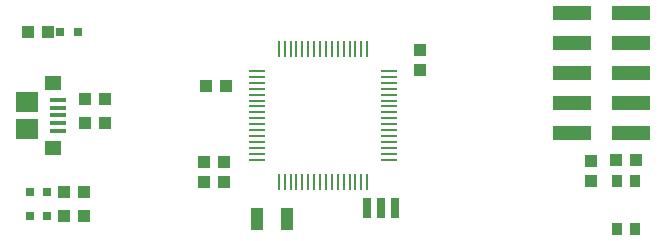
<source format=gtp>
G75*
%MOIN*%
%OFA0B0*%
%FSLAX25Y25*%
%IPPOS*%
%LPD*%
%AMOC8*
5,1,8,0,0,1.08239X$1,22.5*
%
%ADD10R,0.04331X0.03937*%
%ADD11R,0.03937X0.04331*%
%ADD12R,0.05709X0.04528*%
%ADD13R,0.05512X0.01575*%
%ADD14R,0.07480X0.06890*%
%ADD15R,0.05800X0.01100*%
%ADD16R,0.01100X0.05800*%
%ADD17R,0.03543X0.03937*%
%ADD18R,0.02756X0.06693*%
%ADD19R,0.04300X0.07500*%
%ADD20R,0.03150X0.03150*%
%ADD21R,0.12598X0.05000*%
D10*
X0074456Y0074050D03*
X0081149Y0074050D03*
X0202897Y0049022D03*
X0211051Y0049176D03*
X0217744Y0049176D03*
X0202897Y0042330D03*
D11*
X0145803Y0079204D03*
X0145803Y0085896D03*
X0080334Y0048578D03*
X0073803Y0048578D03*
X0073803Y0041885D03*
X0080334Y0041885D03*
X0040929Y0061550D03*
X0034236Y0061550D03*
X0034236Y0069550D03*
X0040929Y0069550D03*
X0021681Y0091956D03*
X0014988Y0091956D03*
X0027236Y0038550D03*
X0033929Y0038550D03*
X0033929Y0030519D03*
X0027236Y0030519D03*
D12*
X0023571Y0053081D03*
X0023571Y0074735D03*
D13*
X0025224Y0069223D03*
X0025224Y0066664D03*
X0025224Y0064105D03*
X0025224Y0061546D03*
X0025224Y0058987D03*
D14*
X0014791Y0059676D03*
X0014791Y0068534D03*
D15*
X0091313Y0069005D03*
X0091313Y0067105D03*
X0091313Y0065105D03*
X0091313Y0063105D03*
X0091313Y0061105D03*
X0091313Y0059205D03*
X0091313Y0057205D03*
X0091313Y0055205D03*
X0091313Y0053305D03*
X0091313Y0051305D03*
X0091313Y0049305D03*
X0091313Y0071005D03*
X0091313Y0073005D03*
X0091313Y0074905D03*
X0091313Y0076905D03*
X0091313Y0078905D03*
X0135513Y0078905D03*
X0135513Y0076905D03*
X0135513Y0074905D03*
X0135513Y0073005D03*
X0135513Y0071005D03*
X0135513Y0069005D03*
X0135513Y0067105D03*
X0135513Y0065105D03*
X0135513Y0063105D03*
X0135513Y0061105D03*
X0135513Y0059205D03*
X0135513Y0057205D03*
X0135513Y0055205D03*
X0135513Y0053305D03*
X0135513Y0051305D03*
X0135513Y0049305D03*
D16*
X0128213Y0042005D03*
X0126213Y0042005D03*
X0124213Y0042005D03*
X0122313Y0042005D03*
X0120313Y0042005D03*
X0118313Y0042005D03*
X0116413Y0042005D03*
X0114413Y0042005D03*
X0112413Y0042005D03*
X0110413Y0042005D03*
X0108513Y0042005D03*
X0106513Y0042005D03*
X0104513Y0042005D03*
X0102613Y0042005D03*
X0100613Y0042005D03*
X0098613Y0042005D03*
X0098613Y0086205D03*
X0100613Y0086205D03*
X0102613Y0086205D03*
X0104513Y0086205D03*
X0106513Y0086205D03*
X0108513Y0086205D03*
X0110413Y0086205D03*
X0112413Y0086205D03*
X0114413Y0086205D03*
X0116413Y0086205D03*
X0118313Y0086205D03*
X0120313Y0086205D03*
X0122313Y0086205D03*
X0124213Y0086205D03*
X0126213Y0086205D03*
X0128213Y0086205D03*
D17*
X0211445Y0042247D03*
X0217350Y0042247D03*
X0217350Y0026105D03*
X0211445Y0026105D03*
D18*
X0137496Y0033231D03*
X0132771Y0033231D03*
X0128047Y0033231D03*
D19*
X0101303Y0029550D03*
X0091303Y0029550D03*
D20*
X0015630Y0030519D03*
X0021535Y0030519D03*
X0021535Y0038550D03*
X0015630Y0038550D03*
X0025913Y0091956D03*
X0031819Y0091956D03*
D21*
X0196484Y0088278D03*
X0196484Y0078278D03*
X0196484Y0068278D03*
X0196484Y0058278D03*
X0216169Y0058278D03*
X0216169Y0068278D03*
X0216169Y0078278D03*
X0216169Y0088278D03*
X0216169Y0098278D03*
X0196484Y0098278D03*
M02*

</source>
